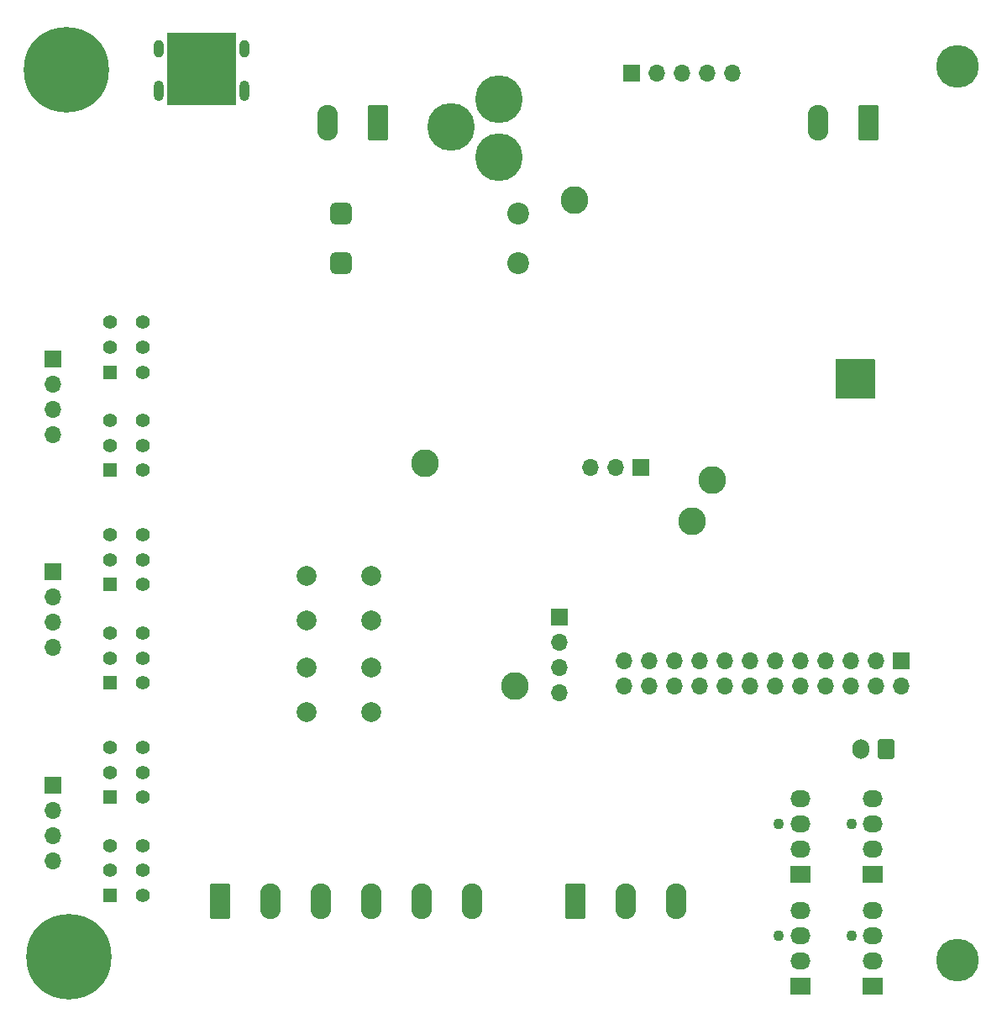
<source format=gbs>
G04 #@! TF.GenerationSoftware,KiCad,Pcbnew,7.0.10*
G04 #@! TF.CreationDate,2024-05-27T00:37:51+02:00*
G04 #@! TF.ProjectId,ESPHome AIO,45535048-6f6d-4652-9041-494f2e6b6963,rev?*
G04 #@! TF.SameCoordinates,Original*
G04 #@! TF.FileFunction,Soldermask,Bot*
G04 #@! TF.FilePolarity,Negative*
%FSLAX46Y46*%
G04 Gerber Fmt 4.6, Leading zero omitted, Abs format (unit mm)*
G04 Created by KiCad (PCBNEW 7.0.10) date 2024-05-27 00:37:51*
%MOMM*%
%LPD*%
G01*
G04 APERTURE LIST*
G04 Aperture macros list*
%AMRoundRect*
0 Rectangle with rounded corners*
0 $1 Rounding radius*
0 $2 $3 $4 $5 $6 $7 $8 $9 X,Y pos of 4 corners*
0 Add a 4 corners polygon primitive as box body*
4,1,4,$2,$3,$4,$5,$6,$7,$8,$9,$2,$3,0*
0 Add four circle primitives for the rounded corners*
1,1,$1+$1,$2,$3*
1,1,$1+$1,$4,$5*
1,1,$1+$1,$6,$7*
1,1,$1+$1,$8,$9*
0 Add four rect primitives between the rounded corners*
20,1,$1+$1,$2,$3,$4,$5,0*
20,1,$1+$1,$4,$5,$6,$7,0*
20,1,$1+$1,$6,$7,$8,$9,0*
20,1,$1+$1,$8,$9,$2,$3,0*%
G04 Aperture macros list end*
%ADD10C,0.650000*%
%ADD11O,1.000000X2.100000*%
%ADD12O,1.000000X1.800000*%
%ADD13R,1.700000X1.700000*%
%ADD14O,1.700000X1.700000*%
%ADD15R,1.400000X1.400000*%
%ADD16C,1.400000*%
%ADD17C,1.100000*%
%ADD18R,2.030000X1.730000*%
%ADD19O,2.030000X1.730000*%
%ADD20C,2.800000*%
%ADD21C,4.300000*%
%ADD22RoundRect,0.249999X0.790001X1.550001X-0.790001X1.550001X-0.790001X-1.550001X0.790001X-1.550001X0*%
%ADD23O,2.080000X3.600000*%
%ADD24C,2.000000*%
%ADD25RoundRect,0.550000X-0.550000X-0.550000X0.550000X-0.550000X0.550000X0.550000X-0.550000X0.550000X0*%
%ADD26C,2.200000*%
%ADD27C,4.800000*%
%ADD28C,8.600000*%
%ADD29RoundRect,0.250000X0.600000X0.750000X-0.600000X0.750000X-0.600000X-0.750000X0.600000X-0.750000X0*%
%ADD30O,1.700000X2.000000*%
%ADD31RoundRect,0.249999X-0.790001X-1.550001X0.790001X-1.550001X0.790001X1.550001X-0.790001X1.550001X0*%
G04 APERTURE END LIST*
D10*
X111590000Y-47655000D03*
X105810000Y-47655000D03*
D11*
X113020000Y-48175000D03*
D12*
X113020000Y-43975000D03*
D11*
X104380000Y-48175000D03*
D12*
X104380000Y-43975000D03*
D13*
X153030000Y-86150000D03*
D14*
X150490000Y-86150000D03*
X147950000Y-86150000D03*
D13*
X152060000Y-46400000D03*
D14*
X154600000Y-46400000D03*
X157140000Y-46400000D03*
X159680000Y-46400000D03*
X162220000Y-46400000D03*
D13*
X179220000Y-105560000D03*
D14*
X179220000Y-108100000D03*
X176680000Y-105560000D03*
X176680000Y-108100000D03*
X174140000Y-105560000D03*
X174140000Y-108100000D03*
X171600000Y-105560000D03*
X171600000Y-108100000D03*
X169060000Y-105560000D03*
X169060000Y-108100000D03*
X166520000Y-105560000D03*
X166520000Y-108100000D03*
X163980000Y-105560000D03*
X163980000Y-108100000D03*
X161440000Y-105560000D03*
X161440000Y-108100000D03*
X158900000Y-105560000D03*
X158900000Y-108100000D03*
X156360000Y-105560000D03*
X156360000Y-108100000D03*
X153820000Y-105560000D03*
X153820000Y-108100000D03*
X151280000Y-105560000D03*
X151280000Y-108100000D03*
D15*
X99500000Y-119300000D03*
D16*
X99500000Y-116800000D03*
X99500000Y-114300000D03*
X102800000Y-119300000D03*
X102800000Y-116800000D03*
X102800000Y-114300000D03*
D17*
X174215000Y-121995000D03*
D18*
X176375000Y-127075000D03*
D19*
X176375000Y-124535000D03*
X176375000Y-121995000D03*
X176375000Y-119455000D03*
X176375000Y-130755000D03*
X176375000Y-133295000D03*
X176375000Y-135835000D03*
D18*
X176375000Y-138375000D03*
D17*
X174215000Y-133295000D03*
D20*
X140300000Y-108100000D03*
D13*
X93700000Y-96600000D03*
D14*
X93700000Y-99140000D03*
X93700000Y-101680000D03*
X93700000Y-104220000D03*
D15*
X99500000Y-97900000D03*
D16*
X99500000Y-95400000D03*
X99500000Y-92900000D03*
X102800000Y-97900000D03*
X102800000Y-95400000D03*
X102800000Y-92900000D03*
D20*
X160200000Y-87400000D03*
D15*
X99500000Y-129200000D03*
D16*
X99500000Y-126700000D03*
X99500000Y-124200000D03*
X102800000Y-129200000D03*
X102800000Y-126700000D03*
X102800000Y-124200000D03*
D21*
X184900000Y-135700000D03*
D15*
X99500000Y-86400000D03*
D16*
X99500000Y-83900000D03*
X99500000Y-81400000D03*
X102800000Y-86400000D03*
X102800000Y-83900000D03*
X102800000Y-81400000D03*
D20*
X131200000Y-85700000D03*
D22*
X175940000Y-51377500D03*
D23*
X170860000Y-51377500D03*
D22*
X126490000Y-51427500D03*
D23*
X121410000Y-51427500D03*
D21*
X184900000Y-45700000D03*
D15*
X99500000Y-107800000D03*
D16*
X99500000Y-105300000D03*
X99500000Y-102800000D03*
X102800000Y-107800000D03*
X102800000Y-105300000D03*
X102800000Y-102800000D03*
D24*
X119300000Y-97050000D03*
X125800000Y-97050000D03*
X119300000Y-101550000D03*
X125800000Y-101550000D03*
D25*
X122800000Y-60500000D03*
X122800000Y-65500000D03*
D26*
X140600000Y-60500000D03*
X140600000Y-65500000D03*
D13*
X144800000Y-101200000D03*
D14*
X144800000Y-103740000D03*
X144800000Y-106280000D03*
X144800000Y-108820000D03*
D27*
X138700000Y-54850000D03*
X138700000Y-49050000D03*
X133900000Y-51850000D03*
D13*
X93700000Y-75200000D03*
D14*
X93700000Y-77740000D03*
X93700000Y-80280000D03*
X93700000Y-82820000D03*
D24*
X119300000Y-106250000D03*
X125800000Y-106250000D03*
X119300000Y-110750000D03*
X125800000Y-110750000D03*
D28*
X95300000Y-135400000D03*
D17*
X166915000Y-121995000D03*
D18*
X169075000Y-127075000D03*
D19*
X169075000Y-124535000D03*
X169075000Y-121995000D03*
X169075000Y-119455000D03*
D13*
X93700000Y-118100000D03*
D14*
X93700000Y-120640000D03*
X93700000Y-123180000D03*
X93700000Y-125720000D03*
D15*
X99500000Y-76500000D03*
D16*
X99500000Y-74000000D03*
X99500000Y-71500000D03*
X102800000Y-76500000D03*
X102800000Y-74000000D03*
X102800000Y-71500000D03*
D29*
X177700000Y-114500000D03*
D30*
X175200000Y-114500000D03*
D31*
X146420000Y-129822500D03*
D23*
X151500000Y-129822500D03*
X156580000Y-129822500D03*
D20*
X146300000Y-59200000D03*
D31*
X110600000Y-129822500D03*
D23*
X115680000Y-129822500D03*
X120760000Y-129822500D03*
X125840000Y-129822500D03*
X130920000Y-129822500D03*
X136000000Y-129822500D03*
D28*
X95100000Y-46100000D03*
D20*
X158150000Y-91550000D03*
D17*
X166915000Y-133295000D03*
D18*
X169075000Y-138375000D03*
D19*
X169075000Y-135835000D03*
X169075000Y-133295000D03*
X169075000Y-130755000D03*
G36*
X112143039Y-42319685D02*
G01*
X112188794Y-42372489D01*
X112200000Y-42424000D01*
X112200000Y-49476000D01*
X112180315Y-49543039D01*
X112127511Y-49588794D01*
X112076000Y-49600000D01*
X105324000Y-49600000D01*
X105256961Y-49580315D01*
X105211206Y-49527511D01*
X105200000Y-49476000D01*
X105200000Y-42424000D01*
X105219685Y-42356961D01*
X105272489Y-42311206D01*
X105324000Y-42300000D01*
X112076000Y-42300000D01*
X112143039Y-42319685D01*
G37*
G36*
X176543039Y-75219685D02*
G01*
X176588794Y-75272489D01*
X176600000Y-75324000D01*
X176600000Y-79076000D01*
X176580315Y-79143039D01*
X176527511Y-79188794D01*
X176476000Y-79200000D01*
X172724000Y-79200000D01*
X172656961Y-79180315D01*
X172611206Y-79127511D01*
X172600000Y-79076000D01*
X172600000Y-75324000D01*
X172619685Y-75256961D01*
X172672489Y-75211206D01*
X172724000Y-75200000D01*
X176476000Y-75200000D01*
X176543039Y-75219685D01*
G37*
M02*

</source>
